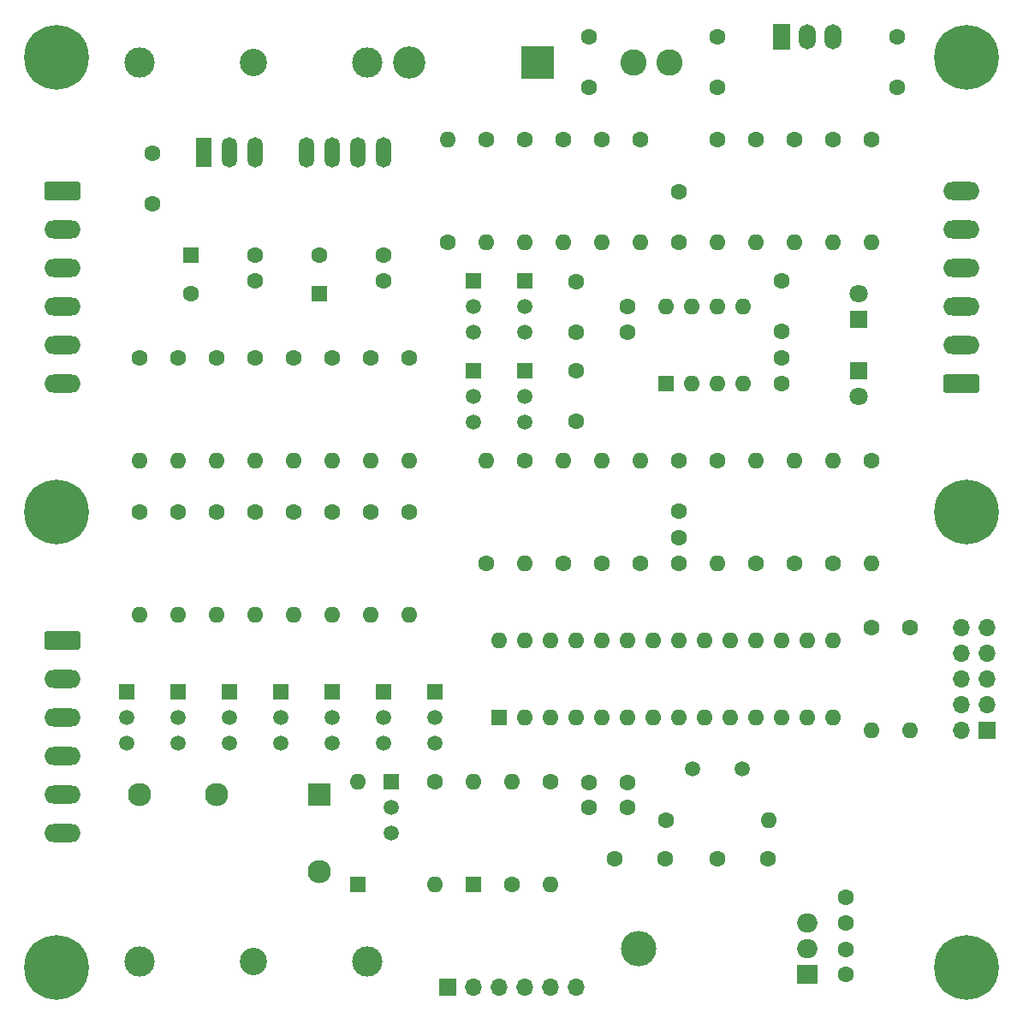
<source format=gbs>
G04 #@! TF.GenerationSoftware,KiCad,Pcbnew,7.0.7*
G04 #@! TF.CreationDate,2023-11-18T21:36:32+01:00*
G04 #@! TF.ProjectId,Mod2Arinc,4d6f6432-4172-4696-9e63-2e6b69636164,rev?*
G04 #@! TF.SameCoordinates,Original*
G04 #@! TF.FileFunction,Soldermask,Bot*
G04 #@! TF.FilePolarity,Negative*
%FSLAX46Y46*%
G04 Gerber Fmt 4.6, Leading zero omitted, Abs format (unit mm)*
G04 Created by KiCad (PCBNEW 7.0.7) date 2023-11-18 21:36:32*
%MOMM*%
%LPD*%
G01*
G04 APERTURE LIST*
G04 Aperture macros list*
%AMRoundRect*
0 Rectangle with rounded corners*
0 $1 Rounding radius*
0 $2 $3 $4 $5 $6 $7 $8 $9 X,Y pos of 4 corners*
0 Add a 4 corners polygon primitive as box body*
4,1,4,$2,$3,$4,$5,$6,$7,$8,$9,$2,$3,0*
0 Add four circle primitives for the rounded corners*
1,1,$1+$1,$2,$3*
1,1,$1+$1,$4,$5*
1,1,$1+$1,$6,$7*
1,1,$1+$1,$8,$9*
0 Add four rect primitives between the rounded corners*
20,1,$1+$1,$2,$3,$4,$5,0*
20,1,$1+$1,$4,$5,$6,$7,0*
20,1,$1+$1,$6,$7,$8,$9,0*
20,1,$1+$1,$8,$9,$2,$3,0*%
G04 Aperture macros list end*
%ADD10R,1.500000X1.500000*%
%ADD11C,1.500000*%
%ADD12C,1.600000*%
%ADD13C,3.600000*%
%ADD14C,6.400000*%
%ADD15O,1.600000X1.600000*%
%ADD16R,1.600000X1.600000*%
%ADD17C,2.700000*%
%ADD18C,3.000000*%
%ADD19R,1.700000X2.500000*%
%ADD20O,1.700000X2.500000*%
%ADD21R,1.500000X3.000000*%
%ADD22O,1.500000X3.000000*%
%ADD23R,1.700000X1.700000*%
%ADD24O,1.700000X1.700000*%
%ADD25O,3.500000X3.500000*%
%ADD26R,2.000000X1.905000*%
%ADD27O,2.000000X1.905000*%
%ADD28R,3.200000X3.200000*%
%ADD29O,3.200000X3.200000*%
%ADD30R,2.300000X2.300000*%
%ADD31C,2.300000*%
%ADD32C,2.600000*%
%ADD33O,3.600000X1.800000*%
%ADD34RoundRect,0.250000X-1.550000X0.650000X-1.550000X-0.650000X1.550000X-0.650000X1.550000X0.650000X0*%
%ADD35R,1.800000X1.800000*%
%ADD36C,1.800000*%
%ADD37RoundRect,0.250000X1.550000X-0.650000X1.550000X0.650000X-1.550000X0.650000X-1.550000X-0.650000X0*%
G04 APERTURE END LIST*
D10*
X166980000Y-117770000D03*
D11*
X166980000Y-120310000D03*
X166980000Y-122850000D03*
D12*
X206350000Y-86030000D03*
X206350000Y-91030000D03*
D13*
X155000000Y-55000000D03*
D14*
X155000000Y-55000000D03*
D12*
X189840000Y-100000000D03*
D15*
X189840000Y-110160000D03*
D12*
X211430000Y-79680000D03*
X211430000Y-82180000D03*
D10*
X201270000Y-86030000D03*
D11*
X201270000Y-88570000D03*
X201270000Y-91110000D03*
D12*
X220320000Y-94920000D03*
D15*
X220320000Y-105080000D03*
D12*
X174600000Y-100000000D03*
D15*
X174600000Y-110160000D03*
D16*
X196190000Y-136830000D03*
D15*
X196190000Y-126670000D03*
D12*
X182220000Y-84760000D03*
D15*
X182220000Y-94920000D03*
D12*
X174600000Y-84760000D03*
D15*
X174600000Y-94920000D03*
D12*
X201270000Y-94920000D03*
D15*
X201270000Y-105080000D03*
D12*
X197460000Y-63170000D03*
D15*
X197460000Y-73330000D03*
D12*
X163170000Y-100000000D03*
D15*
X163170000Y-110160000D03*
D12*
X216510000Y-73330000D03*
X216510000Y-68330000D03*
D17*
X174420000Y-144450000D03*
D18*
X163170000Y-144450000D03*
X185670000Y-144450000D03*
D17*
X174420000Y-55550000D03*
D18*
X163170000Y-55550000D03*
X185670000Y-55550000D03*
D13*
X245000000Y-55000000D03*
D14*
X245000000Y-55000000D03*
D12*
X220320000Y-63170000D03*
D15*
X220320000Y-73330000D03*
D16*
X215240000Y-87300000D03*
D15*
X217780000Y-87300000D03*
X220320000Y-87300000D03*
X222860000Y-87300000D03*
X222860000Y-79680000D03*
X220320000Y-79680000D03*
X217780000Y-79680000D03*
X215240000Y-79680000D03*
D12*
X235560000Y-94920000D03*
D15*
X235560000Y-105080000D03*
D12*
X226670000Y-84760000D03*
X226670000Y-87260000D03*
D10*
X196190000Y-77140000D03*
D11*
X196190000Y-79680000D03*
X196190000Y-82220000D03*
D13*
X155000000Y-145000000D03*
D14*
X155000000Y-145000000D03*
D10*
X177140000Y-117780000D03*
D11*
X177140000Y-120320000D03*
X177140000Y-122860000D03*
D12*
X211430000Y-126710000D03*
X211430000Y-129210000D03*
D13*
X155000000Y-100000000D03*
D14*
X155000000Y-100000000D03*
D12*
X233020000Y-145720000D03*
X233020000Y-143220000D03*
X192380000Y-126670000D03*
D15*
X192380000Y-136830000D03*
D12*
X235560000Y-111430000D03*
D15*
X235560000Y-121590000D03*
D12*
X197460000Y-105080000D03*
D15*
X197460000Y-94920000D03*
D16*
X168250000Y-74600000D03*
D12*
X168250000Y-78400000D03*
X178410000Y-84760000D03*
D15*
X178410000Y-94920000D03*
D10*
X187300000Y-117780000D03*
D11*
X187300000Y-120320000D03*
X187300000Y-122860000D03*
D12*
X186030000Y-84760000D03*
D15*
X186030000Y-94920000D03*
D10*
X182220000Y-117780000D03*
D11*
X182220000Y-120320000D03*
X182220000Y-122860000D03*
D13*
X245000000Y-100000000D03*
D14*
X245000000Y-100000000D03*
D12*
X170790000Y-84760000D03*
D15*
X170790000Y-94920000D03*
D12*
X227940000Y-105080000D03*
D15*
X227940000Y-94920000D03*
D12*
X189840000Y-84760000D03*
D15*
X189840000Y-94920000D03*
D12*
X170790000Y-100000000D03*
D15*
X170790000Y-110160000D03*
D12*
X233020000Y-140600000D03*
X233020000Y-138100000D03*
X215240000Y-130480000D03*
D15*
X225400000Y-130480000D03*
D12*
X203810000Y-126670000D03*
D15*
X203810000Y-136830000D03*
D12*
X186030000Y-100000000D03*
D15*
X186030000Y-110160000D03*
D12*
X200000000Y-136830000D03*
D15*
X200000000Y-126670000D03*
D12*
X205080000Y-63170000D03*
D15*
X205080000Y-73330000D03*
D12*
X224130000Y-63170000D03*
D15*
X224130000Y-73330000D03*
D12*
X224130000Y-105080000D03*
D15*
X224130000Y-94920000D03*
D12*
X164440000Y-64520000D03*
X164440000Y-69520000D03*
X163170000Y-84760000D03*
D15*
X163170000Y-94920000D03*
D12*
X174600000Y-74600000D03*
X174600000Y-77100000D03*
X207620000Y-53010000D03*
X207620000Y-58010000D03*
D16*
X180950000Y-78410000D03*
D12*
X180950000Y-74610000D03*
D19*
X226670000Y-53010000D03*
D20*
X229210000Y-53010000D03*
X231750000Y-53010000D03*
D12*
X231750000Y-63170000D03*
D15*
X231750000Y-73330000D03*
D21*
X169520000Y-64440000D03*
D22*
X172060000Y-64440000D03*
X174600000Y-64440000D03*
X179680000Y-64440000D03*
X182220000Y-64440000D03*
X184760000Y-64440000D03*
X187300000Y-64440000D03*
D12*
X212700000Y-105080000D03*
D15*
X212700000Y-94920000D03*
D10*
X161900000Y-117780000D03*
D11*
X161900000Y-120320000D03*
X161900000Y-122860000D03*
D13*
X245000000Y-145000000D03*
D14*
X245000000Y-145000000D03*
D12*
X207620000Y-129210000D03*
X207620000Y-126710000D03*
X215200000Y-134290000D03*
X210200000Y-134290000D03*
D16*
X198730000Y-120320000D03*
D15*
X201270000Y-120320000D03*
X203810000Y-120320000D03*
X206350000Y-120320000D03*
X208890000Y-120320000D03*
X211430000Y-120320000D03*
X213970000Y-120320000D03*
X216510000Y-120320000D03*
X219050000Y-120320000D03*
X221590000Y-120320000D03*
X224130000Y-120320000D03*
X226670000Y-120320000D03*
X229210000Y-120320000D03*
X231750000Y-120320000D03*
X231750000Y-112700000D03*
X229210000Y-112700000D03*
X226670000Y-112700000D03*
X224130000Y-112700000D03*
X221590000Y-112700000D03*
X219050000Y-112700000D03*
X216510000Y-112700000D03*
X213970000Y-112700000D03*
X211430000Y-112700000D03*
X208890000Y-112700000D03*
X206350000Y-112700000D03*
X203810000Y-112700000D03*
X201270000Y-112700000D03*
X198730000Y-112700000D03*
D23*
X193650000Y-146990000D03*
D24*
X196190000Y-146990000D03*
X198730000Y-146990000D03*
X201270000Y-146990000D03*
X203810000Y-146990000D03*
X206350000Y-146990000D03*
D12*
X227940000Y-63170000D03*
D15*
X227940000Y-73330000D03*
D12*
X216510000Y-94920000D03*
X216510000Y-99920000D03*
X216510000Y-105040000D03*
X216510000Y-102540000D03*
X205080000Y-105080000D03*
D15*
X205080000Y-94920000D03*
D12*
X178410000Y-100000000D03*
D15*
X178410000Y-110160000D03*
D12*
X208890000Y-105080000D03*
D15*
X208890000Y-94920000D03*
D12*
X182220000Y-100000000D03*
D15*
X182220000Y-110160000D03*
D16*
X184760000Y-136830000D03*
D15*
X184760000Y-126670000D03*
D12*
X201270000Y-63170000D03*
D15*
X201270000Y-73330000D03*
D12*
X235560000Y-63170000D03*
D15*
X235560000Y-73330000D03*
D12*
X166980000Y-100000000D03*
D15*
X166980000Y-110160000D03*
D10*
X172060000Y-117780000D03*
D11*
X172060000Y-120320000D03*
X172060000Y-122860000D03*
D12*
X239370000Y-111430000D03*
D15*
X239370000Y-121590000D03*
D25*
X212550000Y-143180000D03*
D26*
X229210000Y-145720000D03*
D27*
X229210000Y-143180000D03*
X229210000Y-140640000D03*
D28*
X202540000Y-55550000D03*
D29*
X189840000Y-55550000D03*
D12*
X225360000Y-134290000D03*
X220360000Y-134290000D03*
D11*
X217870000Y-125400000D03*
X222770000Y-125400000D03*
D12*
X226670000Y-77140000D03*
X226670000Y-82140000D03*
D10*
X188120000Y-126660000D03*
D11*
X188120000Y-129200000D03*
X188120000Y-131740000D03*
D12*
X231750000Y-105080000D03*
D15*
X231750000Y-94920000D03*
D12*
X206350000Y-77220000D03*
X206350000Y-82220000D03*
X238100000Y-58010000D03*
X238100000Y-53010000D03*
D10*
X196190000Y-86030000D03*
D11*
X196190000Y-88570000D03*
X196190000Y-91110000D03*
D30*
X180950000Y-127940000D03*
D31*
X170790000Y-127940000D03*
X163170000Y-127940000D03*
X180950000Y-135560000D03*
D12*
X220320000Y-53010000D03*
X220320000Y-58010000D03*
D10*
X192380000Y-117780000D03*
D11*
X192380000Y-120320000D03*
X192380000Y-122860000D03*
D12*
X193650000Y-73330000D03*
D15*
X193650000Y-63170000D03*
D12*
X212700000Y-63170000D03*
D15*
X212700000Y-73330000D03*
D12*
X208890000Y-63170000D03*
D15*
X208890000Y-73330000D03*
D12*
X187300000Y-77100000D03*
X187300000Y-74600000D03*
D10*
X201270000Y-77140000D03*
D11*
X201270000Y-79680000D03*
X201270000Y-82220000D03*
D12*
X166980000Y-84760000D03*
D15*
X166980000Y-94920000D03*
D32*
X212075837Y-55557712D03*
X215575837Y-55557712D03*
D33*
X155550000Y-131750000D03*
X155550000Y-127940000D03*
X155550000Y-124130000D03*
X155550000Y-120320000D03*
X155550000Y-116510000D03*
D34*
X155550000Y-112700000D03*
D35*
X234290000Y-80950000D03*
D36*
X234290000Y-78410000D03*
D23*
X246990000Y-121590000D03*
D24*
X244450000Y-121590000D03*
X246990000Y-119050000D03*
X244450000Y-119050000D03*
X246990000Y-116510000D03*
X244450000Y-116510000D03*
X246990000Y-113970000D03*
X244450000Y-113970000D03*
X246990000Y-111430000D03*
X244450000Y-111430000D03*
D34*
X155550000Y-68250000D03*
D33*
X155550000Y-72060000D03*
X155550000Y-75870000D03*
X155550000Y-79680000D03*
X155550000Y-83490000D03*
X155550000Y-87300000D03*
D37*
X244450000Y-87300000D03*
D33*
X244450000Y-83490000D03*
X244450000Y-79680000D03*
X244450000Y-75870000D03*
X244450000Y-72060000D03*
X244450000Y-68250000D03*
D35*
X234290000Y-86030000D03*
D36*
X234290000Y-88570000D03*
M02*

</source>
